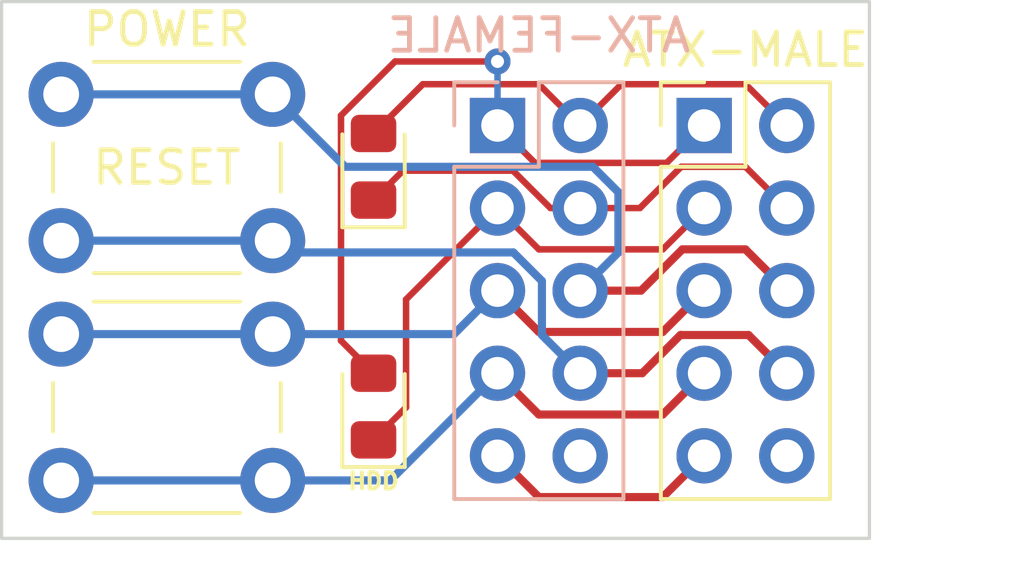
<source format=kicad_pcb>
(kicad_pcb (version 20211014) (generator pcbnew)
  (layers (0 "F.Cu" signal) (31 "B.Cu" signal) (34 "B.Paste" user) (35 "F.Paste" user) (36 "B.SilkS" user "B.Silkscreen") (37 "F.SilkS" user "F.Silkscreen") (38 "B.Mask" user) (39 "F.Mask" user) (44 "Edge.Cuts" user))
  (net 0 "")
  (net 1 "/HDD_LED+")
  (net 2 "/PWR_LED+")
  (net 3 "/HDD_LED-")
  (net 4 "/PWR_LED-")
  (net 5 "GND")
  (net 6 "/RESET_BUTT1")
  (net 7 "/PWR_BUTT1")
  (net 8 "/RESET_BUTT2")
  (net 9 "/PWR_BUTT2")
  (footprint "Button_Switch_THT:SW_PUSH_6mm_H5mm" (layer "F.Cu") (at 152.96 29.5225)
    (fp_text reference "POWER" (at 3.25 -2) (layer "F.SilkS"))
    (fp_text value "SW_Push")
    (fp_line (start 1 5.5) (end 5.5 5.5) (layer "F.SilkS") (width 0.12))
    (fp_line (start -0.25 1.5) (end -0.25 3) (layer "F.SilkS") (width 0.12))
    (fp_line (start 6.75 3) (end 6.75 1.5) (layer "F.SilkS") (width 0.12))
    (fp_line (start 5.5 -1) (end 1 -1) (layer "F.SilkS") (width 0.12))
    (pad "1" thru_hole circle (at 6.5 0 90) (size 2 2) (drill 1.1) (layers *.Cu *.Mask) (net 7 "/PWR_BUTT1"))
    (pad "1" thru_hole circle (at 0 0 90) (size 2 2) (drill 1.1) (layers *.Cu *.Mask) (net 7 "/PWR_BUTT1"))
    (pad "2" thru_hole circle (at 6.5 4.5 90) (size 2 2) (drill 1.1) (layers *.Cu *.Mask) (net 9 "/PWR_BUTT2"))
    (pad "2" thru_hole circle (at 0 4.5 90) (size 2 2) (drill 1.1) (layers *.Cu *.Mask) (net 9 "/PWR_BUTT2"))
  )
  (footprint "LED_SMD:LED_0805_2012Metric_Pad1.15x1.40mm_HandSolder" (layer "F.Cu") (at 162.56 39.125 90)
    (fp_text reference "HDD" (at -2.295 0 180) (layer "F.SilkS") (effects (font (size 0.5 0.5) (thickness 0.125))))
    (fp_text value "LED")
    (fp_line (start -1.86 0.96) (end 1 0.96) (layer "F.SilkS") (width 0.12))
    (fp_line (start -1.86 -0.96) (end -1.86 0.96) (layer "F.SilkS") (width 0.12))
    (fp_line (start 1 -0.96) (end -1.86 -0.96) (layer "F.SilkS") (width 0.12))
    (pad "1" smd roundrect (at -1.025 0 90) (size 1.15 1.4) (layers "F.Cu" "F.Paste" "F.Mask") (roundrect_rratio 0.217391) (net 3 "/HDD_LED-"))
    (pad "2" smd roundrect (at 1.025 0 90) (size 1.15 1.4) (layers "F.Cu" "F.Paste" "F.Mask") (roundrect_rratio 0.217391) (net 1 "/HDD_LED+"))
  )
  (footprint "Connector_PinHeader_2.54mm:PinHeader_2x05_P2.54mm_Vertical" (layer "F.Cu") (at 172.72 30.48)
    (fp_text reference "ATX-MALE" (at 1.27 -2.33) (layer "F.SilkS"))
    (fp_text value "Conn_02x05_Odd_Even")
    (fp_line (start -1.33 0) (end -1.33 -1.33) (layer "F.SilkS") (width 0.12))
    (fp_line (start 1.27 -1.33) (end 3.87 -1.33) (layer "F.SilkS") (width 0.12))
    (fp_line (start 1.27 1.27) (end 1.27 -1.33) (layer "F.SilkS") (width 0.12))
    (fp_line (start -1.33 -1.33) (end 0 -1.33) (layer "F.SilkS") (width 0.12))
    (fp_line (start -1.33 1.27) (end 1.27 1.27) (layer "F.SilkS") (width 0.12))
    (fp_line (start -1.33 1.27) (end -1.33 11.49) (layer "F.SilkS") (width 0.12))
    (fp_line (start -1.33 11.49) (end 3.87 11.49) (layer "F.SilkS") (width 0.12))
    (fp_line (start 3.87 -1.33) (end 3.87 11.49) (layer "F.SilkS") (width 0.12))
    (pad "1" thru_hole rect (at 0 0) (size 1.7 1.7) (drill 1) (layers *.Cu *.Mask) (net 1 "/HDD_LED+"))
    (pad "2" thru_hole oval (at 2.54 0) (size 1.7 1.7) (drill 1) (layers *.Cu *.Mask) (net 2 "/PWR_LED+"))
    (pad "3" thru_hole oval (at 0 2.54) (size 1.7 1.7) (drill 1) (layers *.Cu *.Mask) (net 3 "/HDD_LED-"))
    (pad "4" thru_hole oval (at 2.54 2.54) (size 1.7 1.7) (drill 1) (layers *.Cu *.Mask) (net 4 "/PWR_LED-"))
    (pad "5" thru_hole oval (at 0 5.08) (size 1.7 1.7) (drill 1) (layers *.Cu *.Mask) (net 6 "/RESET_BUTT1"))
    (pad "6" thru_hole oval (at 2.54 5.08) (size 1.7 1.7) (drill 1) (layers *.Cu *.Mask) (net 7 "/PWR_BUTT1"))
    (pad "7" thru_hole oval (at 0 7.62) (size 1.7 1.7) (drill 1) (layers *.Cu *.Mask) (net 8 "/RESET_BUTT2"))
    (pad "8" thru_hole oval (at 2.54 7.62) (size 1.7 1.7) (drill 1) (layers *.Cu *.Mask) (net 9 "/PWR_BUTT2"))
    (pad "9" thru_hole oval (at 0 10.16) (size 1.7 1.7) (drill 1) (layers *.Cu *.Mask) (net 5 "GND"))
    (pad "10" thru_hole oval (at 2.54 10.16) (size 1.7 1.7) (drill 1) (layers *.Cu *.Mask))
  )
  (footprint "Button_Switch_THT:SW_PUSH_6mm_H5mm" (layer "F.Cu") (at 152.96 36.8975)
    (fp_text reference "RESET" (at 3.25 -5.125) (layer "F.SilkS"))
    (fp_text value "SW_Push")
    (fp_line (start 5.5 -1) (end 1 -1) (layer "F.SilkS") (width 0.12))
    (fp_line (start 6.75 3) (end 6.75 1.5) (layer "F.SilkS") (width 0.12))
    (fp_line (start 1 5.5) (end 5.5 5.5) (layer "F.SilkS") (width 0.12))
    (fp_line (start -0.25 1.5) (end -0.25 3) (layer "F.SilkS") (width 0.12))
    (pad "1" thru_hole circle (at 0 0 90) (size 2 2) (drill 1.1) (layers *.Cu *.Mask) (net 6 "/RESET_BUTT1"))
    (pad "1" thru_hole circle (at 6.5 0 90) (size 2 2) (drill 1.1) (layers *.Cu *.Mask) (net 6 "/RESET_BUTT1"))
    (pad "2" thru_hole circle (at 6.5 4.5 90) (size 2 2) (drill 1.1) (layers *.Cu *.Mask) (net 8 "/RESET_BUTT2"))
    (pad "2" thru_hole circle (at 0 4.5 90) (size 2 2) (drill 1.1) (layers *.Cu *.Mask) (net 8 "/RESET_BUTT2"))
  )
  (footprint "LED_SMD:LED_0805_2012Metric_Pad1.15x1.40mm_HandSolder" (layer "F.Cu") (at 162.56 31.75 90)
    (fp_text reference "DPWR1" hide)
    (fp_text value "LED")
    (fp_line (start 1 -0.96) (end -1.86 -0.96) (layer "F.SilkS") (width 0.12))
    (fp_line (start -1.86 -0.96) (end -1.86 0.96) (layer "F.SilkS") (width 0.12))
    (fp_line (start -1.86 0.96) (end 1 0.96) (layer "F.SilkS") (width 0.12))
    (pad "1" smd roundrect (at -1.025 0 90) (size 1.15 1.4) (layers "F.Cu" "F.Paste" "F.Mask") (roundrect_rratio 0.217391) (net 4 "/PWR_LED-"))
    (pad "2" smd roundrect (at 1.025 0 90) (size 1.15 1.4) (layers "F.Cu" "F.Paste" "F.Mask") (roundrect_rratio 0.217391) (net 2 "/PWR_LED+"))
  )
  (footprint "Connector_PinSocket_2.54mm:PinSocket_2x05_P2.54mm_Vertical" (layer "B.Cu") (at 166.37 30.48 180)
    (fp_text reference "ATX-FEMALE" (at -1.27 2.77) (layer "B.SilkS") (effects (justify mirror)))
    (fp_text value "Header_02x05_Odd_Even")
    (fp_line (start 1.33 -1.27) (end 1.33 -11.49) (layer "B.SilkS") (width 0.12))
    (fp_line (start -3.87 -11.49) (end 1.33 -11.49) (layer "B.SilkS") (width 0.12))
    (fp_line (start -1.27 -1.27) (end 1.33 -1.27) (layer "B.SilkS") (width 0.12))
    (fp_line (start 0 1.33) (end 1.33 1.33) (layer "B.SilkS") (width 0.12))
    (fp_line (start -3.87 1.33) (end -3.87 -11.49) (layer "B.SilkS") (width 0.12))
    (fp_line (start -1.27 1.33) (end -1.27 -1.27) (layer "B.SilkS") (width 0.12))
    (fp_line (start -3.87 1.33) (end -1.27 1.33) (layer "B.SilkS") (width 0.12))
    (fp_line (start 1.33 1.33) (end 1.33 0) (layer "B.SilkS") (width 0.12))
    (pad "1" thru_hole rect (at 0 0 180) (size 1.7 1.7) (drill 1) (layers *.Cu *.Mask) (net 1 "/HDD_LED+"))
    (pad "2" thru_hole oval (at -2.54 0 180) (size 1.7 1.7) (drill 1) (layers *.Cu *.Mask) (net 2 "/PWR_LED+"))
    (pad "3" thru_hole oval (at 0 -2.54 180) (size 1.7 1.7) (drill 1) (layers *.Cu *.Mask) (net 3 "/HDD_LED-"))
    (pad "4" thru_hole oval (at -2.54 -2.54 180) (size 1.7 1.7) (drill 1) (layers *.Cu *.Mask) (net 4 "/PWR_LED-"))
    (pad "5" thru_hole oval (at 0 -5.08 180) (size 1.7 1.7) (drill 1) (layers *.Cu *.Mask) (net 6 "/RESET_BUTT1"))
    (pad "6" thru_hole oval (at -2.54 -5.08 180) (size 1.7 1.7) (drill 1) (layers *.Cu *.Mask) (net 7 "/PWR_BUTT1"))
    (pad "7" thru_hole oval (at 0 -7.62 180) (size 1.7 1.7) (drill 1) (layers *.Cu *.Mask) (net 8 "/RESET_BUTT2"))
    (pad "8" thru_hole oval (at -2.54 -7.62 180) (size 1.7 1.7) (drill 1) (layers *.Cu *.Mask) (net 9 "/PWR_BUTT2"))
    (pad "9" thru_hole oval (at 0 -10.16 180) (size 1.7 1.7) (drill 1) (layers *.Cu *.Mask) (net 5 "GND"))
    (pad "10" thru_hole oval (at -2.54 -10.16 180) (size 1.7 1.7) (drill 1) (layers *.Cu *.Mask))
  )
  (gr_rect (start 177.8 26.67) (end 151.13 43.18) (layer "Edge.Cuts") (width 0.1) (fill none))
  (segment (start 167.52 31.63) (end 171.57 31.63) (width 0.2) (layer "F.Cu") (net 1))
  (segment (start 166.37 30.48) (end 167.52 31.63) (width 0.2) (layer "F.Cu") (net 1))
  (segment (start 163.221683 28.5105) (end 166.37 28.5105) (width 0.2) (layer "F.Cu") (net 1))
  (segment (start 161.56 37.1) (end 161.56 30.172183) (width 0.2) (layer "F.Cu") (net 1))
  (segment (start 171.57 31.63) (end 172.72 30.48) (width 0.2) (layer "F.Cu") (net 1))
  (segment (start 162.56 38.1) (end 161.56 37.1) (width 0.2) (layer "F.Cu") (net 1))
  (segment (start 161.56 30.172183) (end 163.221683 28.5105) (width 0.2) (layer "F.Cu") (net 1))
  (via (at 166.37 28.5105) (size 0.8) (drill 0.4) (layers "F.Cu" "B.Cu") (net 1))
  (segment (start 166.37 28.5105) (end 166.37 30.48) (width 0.2) (layer "B.Cu") (net 1))
  (segment (start 175.26 30.48) (end 173.99 29.21) (width 0.2) (layer "F.Cu") (net 2))
  (segment (start 164.075 29.21) (end 167.64 29.21) (width 0.2) (layer "F.Cu") (net 2))
  (segment (start 167.64 29.21) (end 168.91 30.48) (width 0.2) (layer "F.Cu") (net 2))
  (segment (start 162.56 30.725) (end 164.075 29.21) (width 0.2) (layer "F.Cu") (net 2))
  (segment (start 170.18 29.21) (end 168.91 30.48) (width 0.2) (layer "F.Cu") (net 2))
  (segment (start 173.99 29.21) (end 170.18 29.21) (width 0.2) (layer "F.Cu") (net 2))
  (segment (start 171.45 34.29) (end 167.64 34.29) (width 0.2) (layer "F.Cu") (net 3))
  (segment (start 163.56 39.15) (end 163.56 35.83) (width 0.2) (layer "F.Cu") (net 3))
  (segment (start 167.64 34.29) (end 166.37 33.02) (width 0.2) (layer "F.Cu") (net 3))
  (segment (start 172.72 33.02) (end 171.45 34.29) (width 0.2) (layer "F.Cu") (net 3))
  (segment (start 162.56 40.15) (end 163.56 39.15) (width 0.2) (layer "F.Cu") (net 3))
  (segment (start 163.56 35.83) (end 166.37 33.02) (width 0.2) (layer "F.Cu") (net 3))
  (segment (start 172.015686 31.75) (end 170.745686 33.02) (width 0.2) (layer "F.Cu") (net 4))
  (segment (start 163.465 31.87) (end 166.846346 31.87) (width 0.2) (layer "F.Cu") (net 4))
  (segment (start 170.745686 33.02) (end 168.91 33.02) (width 0.2) (layer "F.Cu") (net 4))
  (segment (start 162.56 32.775) (end 163.465 31.87) (width 0.2) (layer "F.Cu") (net 4))
  (segment (start 166.846346 31.87) (end 167.996346 33.02) (width 0.2) (layer "F.Cu") (net 4))
  (segment (start 173.99 31.75) (end 172.015686 31.75) (width 0.2) (layer "F.Cu") (net 4))
  (segment (start 175.26 33.02) (end 173.99 31.75) (width 0.2) (layer "F.Cu") (net 4))
  (segment (start 167.996346 33.02) (end 168.91 33.02) (width 0.2) (layer "F.Cu") (net 4))
  (segment (start 172.72 40.64) (end 171.45 41.91) (width 0.25) (layer "F.Cu") (net 5))
  (segment (start 171.45 41.91) (end 167.64 41.91) (width 0.25) (layer "F.Cu") (net 5))
  (segment (start 167.64 41.91) (end 166.37 40.64) (width 0.25) (layer "F.Cu") (net 5))
  (segment (start 171.45 36.83) (end 167.64 36.83) (width 0.25) (layer "F.Cu") (net 6))
  (segment (start 167.64 36.83) (end 166.37 35.56) (width 0.25) (layer "F.Cu") (net 6))
  (segment (start 172.72 35.56) (end 171.45 36.83) (width 0.25) (layer "F.Cu") (net 6))
  (segment (start 159.46 36.8975) (end 165.0325 36.8975) (width 0.25) (layer "B.Cu") (net 6))
  (segment (start 165.0325 36.8975) (end 166.37 35.56) (width 0.25) (layer "B.Cu") (net 6))
  (segment (start 152.96 36.8975) (end 159.46 36.8975) (width 0.25) (layer "B.Cu") (net 6))
  (segment (start 173.99 34.29) (end 172.05104 34.29) (width 0.25) (layer "F.Cu") (net 7))
  (segment (start 170.78104 35.56) (end 168.91 35.56) (width 0.25) (layer "F.Cu") (net 7))
  (segment (start 175.26 35.56) (end 173.99 34.29) (width 0.25) (layer "F.Cu") (net 7))
  (segment (start 172.05104 34.29) (end 170.78104 35.56) (width 0.25) (layer "F.Cu") (net 7))
  (segment (start 169.301701 31.75) (end 170.085 32.533299) (width 0.25) (layer "B.Cu") (net 7))
  (segment (start 152.96 29.5225) (end 159.46 29.5225) (width 0.25) (layer "B.Cu") (net 7))
  (segment (start 159.46 29.5225) (end 161.6875 31.75) (width 0.25) (layer "B.Cu") (net 7))
  (segment (start 170.085 32.533299) (end 170.085 34.385) (width 0.25) (layer "B.Cu") (net 7))
  (segment (start 170.085 34.385) (end 168.91 35.56) (width 0.25) (layer "B.Cu") (net 7))
  (segment (start 161.6875 31.75) (end 169.301701 31.75) (width 0.25) (layer "B.Cu") (net 7))
  (segment (start 171.45 39.37) (end 167.64 39.37) (width 0.25) (layer "F.Cu") (net 8))
  (segment (start 167.64 39.37) (end 166.37 38.1) (width 0.25) (layer "F.Cu") (net 8))
  (segment (start 172.72 38.1) (end 171.45 39.37) (width 0.25) (layer "F.Cu") (net 8))
  (segment (start 159.46 41.3975) (end 163.0725 41.3975) (width 0.25) (layer "B.Cu") (net 8))
  (segment (start 163.0725 41.3975) (end 166.37 38.1) (width 0.25) (layer "B.Cu") (net 8))
  (segment (start 152.96 41.3975) (end 159.46 41.3975) (width 0.25) (layer "B.Cu") (net 8))
  (segment (start 171.991396 36.925) (end 170.816396 38.1) (width 0.25) (layer "F.Cu") (net 9))
  (segment (start 175.26 38.1) (end 174.085 36.925) (width 0.25) (layer "F.Cu") (net 9))
  (segment (start 174.085 36.925) (end 171.991396 36.925) (width 0.25) (layer "F.Cu") (net 9))
  (segment (start 170.816396 38.1) (end 168.91 38.1) (width 0.25) (layer "F.Cu") (net 9))
  (segment (start 167.735 35.263299) (end 167.735 36.925) (width 0.25) (layer "B.Cu") (net 9))
  (segment (start 167.735 36.925) (end 168.91 38.1) (width 0.25) (layer "B.Cu") (net 9))
  (segment (start 152.96 34.0225) (end 159.46 34.0225) (width 0.25) (layer "B.Cu") (net 9))
  (segment (start 159.46 34.0225) (end 159.8225 34.385) (width 0.25) (layer "B.Cu") (net 9))
  (segment (start 166.856701 34.385) (end 167.735 35.263299) (width 0.25) (layer "B.Cu") (net 9))
  (segment (start 159.8225 34.385) (end 166.856701 34.385) (width 0.25) (layer "B.Cu") (net 9))
)
</source>
